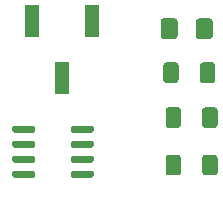
<source format=gbr>
%TF.GenerationSoftware,KiCad,Pcbnew,(5.1.10)-1*%
%TF.CreationDate,2021-05-24T22:05:53+05:30*%
%TF.ProjectId,DAY3_PCB,44415933-5f50-4434-922e-6b696361645f,rev?*%
%TF.SameCoordinates,Original*%
%TF.FileFunction,Paste,Top*%
%TF.FilePolarity,Positive*%
%FSLAX46Y46*%
G04 Gerber Fmt 4.6, Leading zero omitted, Abs format (unit mm)*
G04 Created by KiCad (PCBNEW (5.1.10)-1) date 2021-05-24 22:05:53*
%MOMM*%
%LPD*%
G01*
G04 APERTURE LIST*
%ADD10R,1.190000X2.790000*%
G04 APERTURE END LIST*
%TO.C,D3*%
G36*
G01*
X161987500Y-81925000D02*
X161987500Y-83175000D01*
G75*
G02*
X161737500Y-83425000I-250000J0D01*
G01*
X160812500Y-83425000D01*
G75*
G02*
X160562500Y-83175000I0J250000D01*
G01*
X160562500Y-81925000D01*
G75*
G02*
X160812500Y-81675000I250000J0D01*
G01*
X161737500Y-81675000D01*
G75*
G02*
X161987500Y-81925000I0J-250000D01*
G01*
G37*
G36*
G01*
X159012500Y-81925000D02*
X159012500Y-83175000D01*
G75*
G02*
X158762500Y-83425000I-250000J0D01*
G01*
X157837500Y-83425000D01*
G75*
G02*
X157587500Y-83175000I0J250000D01*
G01*
X157587500Y-81925000D01*
G75*
G02*
X157837500Y-81675000I250000J0D01*
G01*
X158762500Y-81675000D01*
G75*
G02*
X159012500Y-81925000I0J-250000D01*
G01*
G37*
%TD*%
%TO.C,R1*%
G36*
G01*
X162400000Y-93475000D02*
X162400000Y-94725000D01*
G75*
G02*
X162150000Y-94975000I-250000J0D01*
G01*
X161350000Y-94975000D01*
G75*
G02*
X161100000Y-94725000I0J250000D01*
G01*
X161100000Y-93475000D01*
G75*
G02*
X161350000Y-93225000I250000J0D01*
G01*
X162150000Y-93225000D01*
G75*
G02*
X162400000Y-93475000I0J-250000D01*
G01*
G37*
G36*
G01*
X159300000Y-93475000D02*
X159300000Y-94725000D01*
G75*
G02*
X159050000Y-94975000I-250000J0D01*
G01*
X158250000Y-94975000D01*
G75*
G02*
X158000000Y-94725000I0J250000D01*
G01*
X158000000Y-93475000D01*
G75*
G02*
X158250000Y-93225000I250000J0D01*
G01*
X159050000Y-93225000D01*
G75*
G02*
X159300000Y-93475000I0J-250000D01*
G01*
G37*
%TD*%
%TO.C,R2*%
G36*
G01*
X159300000Y-89450000D02*
X159300000Y-90700000D01*
G75*
G02*
X159050000Y-90950000I-250000J0D01*
G01*
X158250000Y-90950000D01*
G75*
G02*
X158000000Y-90700000I0J250000D01*
G01*
X158000000Y-89450000D01*
G75*
G02*
X158250000Y-89200000I250000J0D01*
G01*
X159050000Y-89200000D01*
G75*
G02*
X159300000Y-89450000I0J-250000D01*
G01*
G37*
G36*
G01*
X162400000Y-89450000D02*
X162400000Y-90700000D01*
G75*
G02*
X162150000Y-90950000I-250000J0D01*
G01*
X161350000Y-90950000D01*
G75*
G02*
X161100000Y-90700000I0J250000D01*
G01*
X161100000Y-89450000D01*
G75*
G02*
X161350000Y-89200000I250000J0D01*
G01*
X162150000Y-89200000D01*
G75*
G02*
X162400000Y-89450000I0J-250000D01*
G01*
G37*
%TD*%
%TO.C,R3*%
G36*
G01*
X162200000Y-85650000D02*
X162200000Y-86900000D01*
G75*
G02*
X161950000Y-87150000I-250000J0D01*
G01*
X161150000Y-87150000D01*
G75*
G02*
X160900000Y-86900000I0J250000D01*
G01*
X160900000Y-85650000D01*
G75*
G02*
X161150000Y-85400000I250000J0D01*
G01*
X161950000Y-85400000D01*
G75*
G02*
X162200000Y-85650000I0J-250000D01*
G01*
G37*
G36*
G01*
X159100000Y-85650000D02*
X159100000Y-86900000D01*
G75*
G02*
X158850000Y-87150000I-250000J0D01*
G01*
X158050000Y-87150000D01*
G75*
G02*
X157800000Y-86900000I0J250000D01*
G01*
X157800000Y-85650000D01*
G75*
G02*
X158050000Y-85400000I250000J0D01*
G01*
X158850000Y-85400000D01*
G75*
G02*
X159100000Y-85650000I0J-250000D01*
G01*
G37*
%TD*%
D10*
%TO.C,RV1*%
X151740000Y-81920000D03*
X149200000Y-86750000D03*
X146660000Y-81920000D03*
%TD*%
%TO.C,U1*%
G36*
G01*
X151925000Y-94720000D02*
X151925000Y-95020000D01*
G75*
G02*
X151775000Y-95170000I-150000J0D01*
G01*
X150125000Y-95170000D01*
G75*
G02*
X149975000Y-95020000I0J150000D01*
G01*
X149975000Y-94720000D01*
G75*
G02*
X150125000Y-94570000I150000J0D01*
G01*
X151775000Y-94570000D01*
G75*
G02*
X151925000Y-94720000I0J-150000D01*
G01*
G37*
G36*
G01*
X151925000Y-93450000D02*
X151925000Y-93750000D01*
G75*
G02*
X151775000Y-93900000I-150000J0D01*
G01*
X150125000Y-93900000D01*
G75*
G02*
X149975000Y-93750000I0J150000D01*
G01*
X149975000Y-93450000D01*
G75*
G02*
X150125000Y-93300000I150000J0D01*
G01*
X151775000Y-93300000D01*
G75*
G02*
X151925000Y-93450000I0J-150000D01*
G01*
G37*
G36*
G01*
X151925000Y-92180000D02*
X151925000Y-92480000D01*
G75*
G02*
X151775000Y-92630000I-150000J0D01*
G01*
X150125000Y-92630000D01*
G75*
G02*
X149975000Y-92480000I0J150000D01*
G01*
X149975000Y-92180000D01*
G75*
G02*
X150125000Y-92030000I150000J0D01*
G01*
X151775000Y-92030000D01*
G75*
G02*
X151925000Y-92180000I0J-150000D01*
G01*
G37*
G36*
G01*
X151925000Y-90910000D02*
X151925000Y-91210000D01*
G75*
G02*
X151775000Y-91360000I-150000J0D01*
G01*
X150125000Y-91360000D01*
G75*
G02*
X149975000Y-91210000I0J150000D01*
G01*
X149975000Y-90910000D01*
G75*
G02*
X150125000Y-90760000I150000J0D01*
G01*
X151775000Y-90760000D01*
G75*
G02*
X151925000Y-90910000I0J-150000D01*
G01*
G37*
G36*
G01*
X146975000Y-90910000D02*
X146975000Y-91210000D01*
G75*
G02*
X146825000Y-91360000I-150000J0D01*
G01*
X145175000Y-91360000D01*
G75*
G02*
X145025000Y-91210000I0J150000D01*
G01*
X145025000Y-90910000D01*
G75*
G02*
X145175000Y-90760000I150000J0D01*
G01*
X146825000Y-90760000D01*
G75*
G02*
X146975000Y-90910000I0J-150000D01*
G01*
G37*
G36*
G01*
X146975000Y-92180000D02*
X146975000Y-92480000D01*
G75*
G02*
X146825000Y-92630000I-150000J0D01*
G01*
X145175000Y-92630000D01*
G75*
G02*
X145025000Y-92480000I0J150000D01*
G01*
X145025000Y-92180000D01*
G75*
G02*
X145175000Y-92030000I150000J0D01*
G01*
X146825000Y-92030000D01*
G75*
G02*
X146975000Y-92180000I0J-150000D01*
G01*
G37*
G36*
G01*
X146975000Y-93450000D02*
X146975000Y-93750000D01*
G75*
G02*
X146825000Y-93900000I-150000J0D01*
G01*
X145175000Y-93900000D01*
G75*
G02*
X145025000Y-93750000I0J150000D01*
G01*
X145025000Y-93450000D01*
G75*
G02*
X145175000Y-93300000I150000J0D01*
G01*
X146825000Y-93300000D01*
G75*
G02*
X146975000Y-93450000I0J-150000D01*
G01*
G37*
G36*
G01*
X146975000Y-94720000D02*
X146975000Y-95020000D01*
G75*
G02*
X146825000Y-95170000I-150000J0D01*
G01*
X145175000Y-95170000D01*
G75*
G02*
X145025000Y-95020000I0J150000D01*
G01*
X145025000Y-94720000D01*
G75*
G02*
X145175000Y-94570000I150000J0D01*
G01*
X146825000Y-94570000D01*
G75*
G02*
X146975000Y-94720000I0J-150000D01*
G01*
G37*
%TD*%
M02*

</source>
